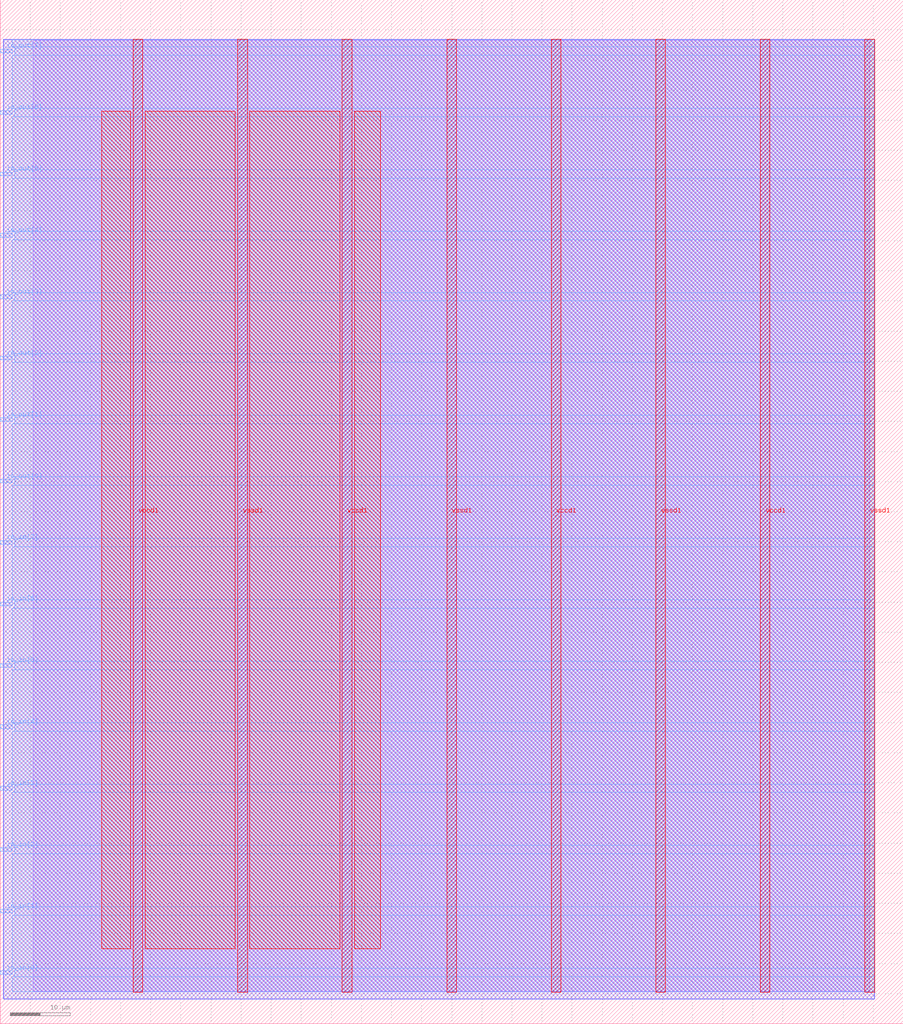
<source format=lef>
VERSION 5.7 ;
  NOWIREEXTENSIONATPIN ON ;
  DIVIDERCHAR "/" ;
  BUSBITCHARS "[]" ;
MACRO rc5_top
  CLASS BLOCK ;
  FOREIGN rc5_top ;
  ORIGIN 0.000 0.000 ;
  SIZE 150.000 BY 170.000 ;
  PIN io_in[0]
    DIRECTION INPUT ;
    USE SIGNAL ;
    PORT
      LAYER met3 ;
        RECT 0.000 8.200 2.000 8.800 ;
    END
  END io_in[0]
  PIN io_in[1]
    DIRECTION INPUT ;
    USE SIGNAL ;
    PORT
      LAYER met3 ;
        RECT 0.000 18.400 2.000 19.000 ;
    END
  END io_in[1]
  PIN io_in[2]
    DIRECTION INPUT ;
    USE SIGNAL ;
    PORT
      LAYER met3 ;
        RECT 0.000 28.600 2.000 29.200 ;
    END
  END io_in[2]
  PIN io_in[3]
    DIRECTION INPUT ;
    USE SIGNAL ;
    PORT
      LAYER met3 ;
        RECT 0.000 38.800 2.000 39.400 ;
    END
  END io_in[3]
  PIN io_in[4]
    DIRECTION INPUT ;
    USE SIGNAL ;
    PORT
      LAYER met3 ;
        RECT 0.000 49.000 2.000 49.600 ;
    END
  END io_in[4]
  PIN io_in[5]
    DIRECTION INPUT ;
    USE SIGNAL ;
    PORT
      LAYER met3 ;
        RECT 0.000 59.200 2.000 59.800 ;
    END
  END io_in[5]
  PIN io_in[6]
    DIRECTION INPUT ;
    USE SIGNAL ;
    PORT
      LAYER met3 ;
        RECT 0.000 69.400 2.000 70.000 ;
    END
  END io_in[6]
  PIN io_in[7]
    DIRECTION INPUT ;
    USE SIGNAL ;
    PORT
      LAYER met3 ;
        RECT 0.000 79.600 2.000 80.200 ;
    END
  END io_in[7]
  PIN io_out[0]
    DIRECTION OUTPUT TRISTATE ;
    USE SIGNAL ;
    PORT
      LAYER met3 ;
        RECT 0.000 89.800 2.000 90.400 ;
    END
  END io_out[0]
  PIN io_out[1]
    DIRECTION OUTPUT TRISTATE ;
    USE SIGNAL ;
    PORT
      LAYER met3 ;
        RECT 0.000 100.000 2.000 100.600 ;
    END
  END io_out[1]
  PIN io_out[2]
    DIRECTION OUTPUT TRISTATE ;
    USE SIGNAL ;
    PORT
      LAYER met3 ;
        RECT 0.000 110.200 2.000 110.800 ;
    END
  END io_out[2]
  PIN io_out[3]
    DIRECTION OUTPUT TRISTATE ;
    USE SIGNAL ;
    PORT
      LAYER met3 ;
        RECT 0.000 120.400 2.000 121.000 ;
    END
  END io_out[3]
  PIN io_out[4]
    DIRECTION OUTPUT TRISTATE ;
    USE SIGNAL ;
    PORT
      LAYER met3 ;
        RECT 0.000 130.600 2.000 131.200 ;
    END
  END io_out[4]
  PIN io_out[5]
    DIRECTION OUTPUT TRISTATE ;
    USE SIGNAL ;
    PORT
      LAYER met3 ;
        RECT 0.000 140.800 2.000 141.400 ;
    END
  END io_out[5]
  PIN io_out[6]
    DIRECTION OUTPUT TRISTATE ;
    USE SIGNAL ;
    PORT
      LAYER met3 ;
        RECT 0.000 151.000 2.000 151.600 ;
    END
  END io_out[6]
  PIN io_out[7]
    DIRECTION OUTPUT TRISTATE ;
    USE SIGNAL ;
    PORT
      LAYER met3 ;
        RECT 0.000 161.200 2.000 161.800 ;
    END
  END io_out[7]
  PIN vccd1
    DIRECTION INOUT ;
    USE POWER ;
    PORT
      LAYER met4 ;
        RECT 22.085 5.200 23.685 163.440 ;
    END
    PORT
      LAYER met4 ;
        RECT 56.815 5.200 58.415 163.440 ;
    END
    PORT
      LAYER met4 ;
        RECT 91.545 5.200 93.145 163.440 ;
    END
    PORT
      LAYER met4 ;
        RECT 126.275 5.200 127.875 163.440 ;
    END
  END vccd1
  PIN vssd1
    DIRECTION INOUT ;
    USE GROUND ;
    PORT
      LAYER met4 ;
        RECT 39.450 5.200 41.050 163.440 ;
    END
    PORT
      LAYER met4 ;
        RECT 74.180 5.200 75.780 163.440 ;
    END
    PORT
      LAYER met4 ;
        RECT 108.910 5.200 110.510 163.440 ;
    END
    PORT
      LAYER met4 ;
        RECT 143.640 5.200 145.240 163.440 ;
    END
  END vssd1
  OBS
      LAYER li1 ;
        RECT 5.520 5.355 144.440 163.285 ;
      LAYER met1 ;
        RECT 0.530 4.120 145.240 163.440 ;
      LAYER met2 ;
        RECT 0.560 4.090 145.210 163.385 ;
      LAYER met3 ;
        RECT 2.000 162.200 145.230 163.365 ;
        RECT 2.400 160.800 145.230 162.200 ;
        RECT 2.000 152.000 145.230 160.800 ;
        RECT 2.400 150.600 145.230 152.000 ;
        RECT 2.000 141.800 145.230 150.600 ;
        RECT 2.400 140.400 145.230 141.800 ;
        RECT 2.000 131.600 145.230 140.400 ;
        RECT 2.400 130.200 145.230 131.600 ;
        RECT 2.000 121.400 145.230 130.200 ;
        RECT 2.400 120.000 145.230 121.400 ;
        RECT 2.000 111.200 145.230 120.000 ;
        RECT 2.400 109.800 145.230 111.200 ;
        RECT 2.000 101.000 145.230 109.800 ;
        RECT 2.400 99.600 145.230 101.000 ;
        RECT 2.000 90.800 145.230 99.600 ;
        RECT 2.400 89.400 145.230 90.800 ;
        RECT 2.000 80.600 145.230 89.400 ;
        RECT 2.400 79.200 145.230 80.600 ;
        RECT 2.000 70.400 145.230 79.200 ;
        RECT 2.400 69.000 145.230 70.400 ;
        RECT 2.000 60.200 145.230 69.000 ;
        RECT 2.400 58.800 145.230 60.200 ;
        RECT 2.000 50.000 145.230 58.800 ;
        RECT 2.400 48.600 145.230 50.000 ;
        RECT 2.000 39.800 145.230 48.600 ;
        RECT 2.400 38.400 145.230 39.800 ;
        RECT 2.000 29.600 145.230 38.400 ;
        RECT 2.400 28.200 145.230 29.600 ;
        RECT 2.000 19.400 145.230 28.200 ;
        RECT 2.400 18.000 145.230 19.400 ;
        RECT 2.000 9.200 145.230 18.000 ;
        RECT 2.400 7.800 145.230 9.200 ;
        RECT 2.000 5.275 145.230 7.800 ;
      LAYER met4 ;
        RECT 16.855 12.415 21.685 151.465 ;
        RECT 24.085 12.415 39.050 151.465 ;
        RECT 41.450 12.415 56.415 151.465 ;
        RECT 58.815 12.415 63.185 151.465 ;
  END
END rc5_top
END LIBRARY


</source>
